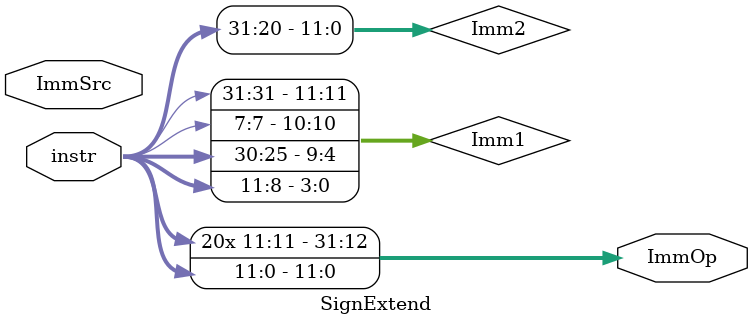
<source format=sv>

module SignExtend #(
    parameter   DATA_WIDTH = 32, 
                IMM_WIDTH = 12
)(
    input  logic                     ImmSrc, 
    input  logic  [DATA_WIDTH-1:0]   instr, 
    output logic  [DATA_WIDTH-1:0]   ImmOp
); 

    logic  [IMM_WIDTH-1:0]  Imm1; 
    logic  [IMM_WIDTH-1:0]  Imm2;
    logic  [IMM_WIDTH-1:0]  Imm;  

    // reconstruct Imm
    assign Imm1 = {instr[31], instr[7], instr[30:25], instr[11:8]}; 
    assign Imm2 = instr[31:20]; 
    assign Imm = ImmSrc ? Imm1 : Imm2; 
    

    // sign extend
    assign ImmOp = { {20{instr[IMM_WIDTH-1]}}, instr[IMM_WIDTH-1:0]}; 

endmodule

</source>
